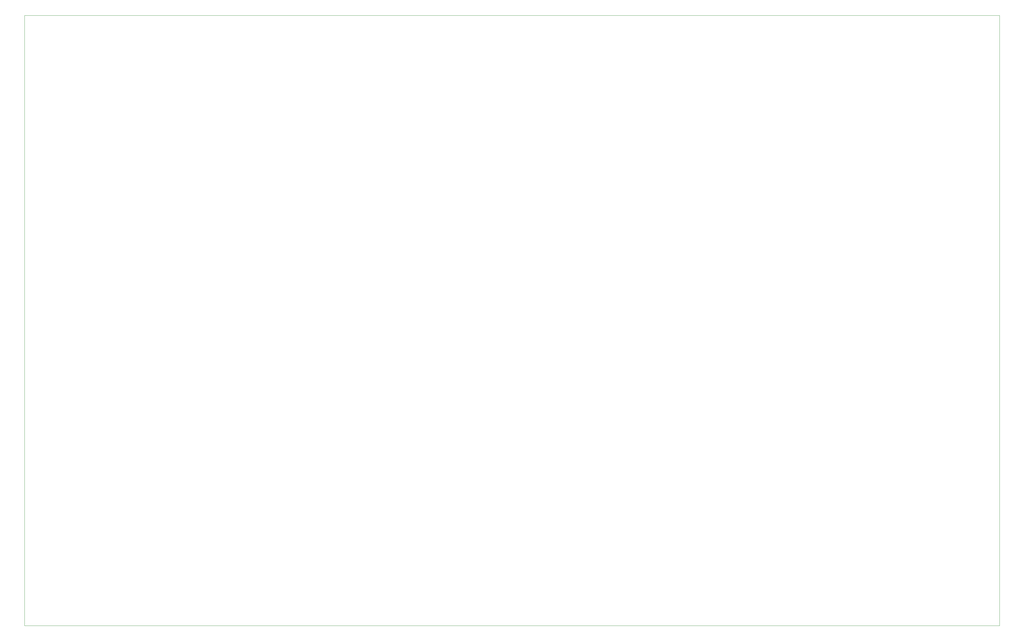
<source format=gbr>
%TF.GenerationSoftware,KiCad,Pcbnew,7.0.1*%
%TF.CreationDate,2023-09-17T14:31:18-07:00*%
%TF.ProjectId,vancouver-skytrain-pcb,76616e63-6f75-4766-9572-2d736b797472,rev?*%
%TF.SameCoordinates,Original*%
%TF.FileFunction,Profile,NP*%
%FSLAX46Y46*%
G04 Gerber Fmt 4.6, Leading zero omitted, Abs format (unit mm)*
G04 Created by KiCad (PCBNEW 7.0.1) date 2023-09-17 14:31:18*
%MOMM*%
%LPD*%
G01*
G04 APERTURE LIST*
%TA.AperFunction,Profile*%
%ADD10C,0.100000*%
%TD*%
G04 APERTURE END LIST*
D10*
X12000000Y-12000000D02*
X312000000Y-12000000D01*
X312000000Y-200000000D01*
X12000000Y-200000000D01*
X12000000Y-12000000D01*
M02*

</source>
